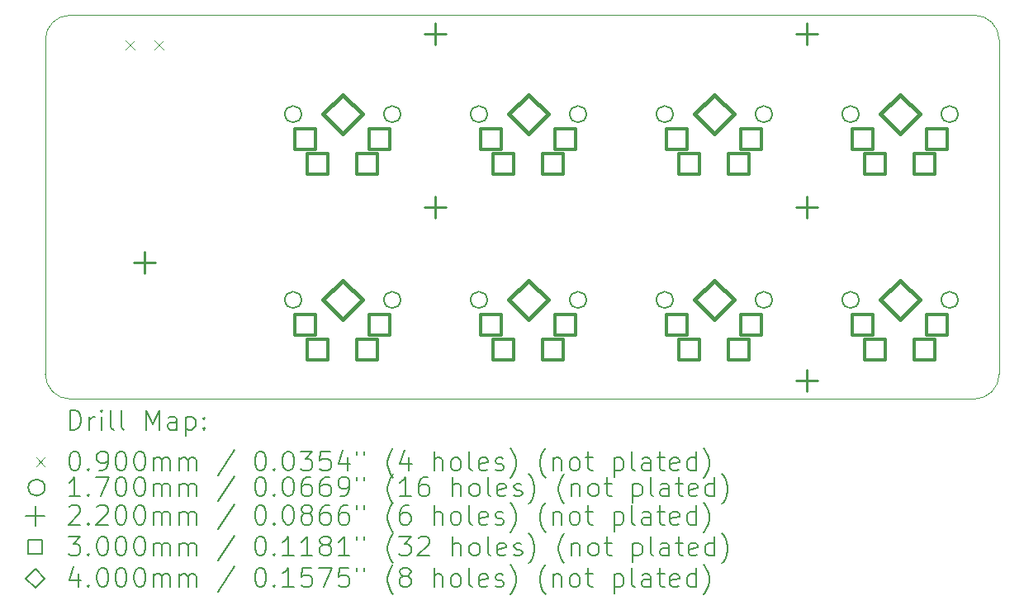
<source format=gbr>
%TF.GenerationSoftware,KiCad,Pcbnew,(6.0.7)*%
%TF.CreationDate,2022-11-12T22:44:36+08:00*%
%TF.ProjectId,KP08_keypad,4b503038-5f6b-4657-9970-61642e6b6963,1.0*%
%TF.SameCoordinates,Original*%
%TF.FileFunction,Drillmap*%
%TF.FilePolarity,Positive*%
%FSLAX45Y45*%
G04 Gerber Fmt 4.5, Leading zero omitted, Abs format (unit mm)*
G04 Created by KiCad (PCBNEW (6.0.7)) date 2022-11-12 22:44:36*
%MOMM*%
%LPD*%
G01*
G04 APERTURE LIST*
%ADD10C,0.100000*%
%ADD11C,0.200000*%
%ADD12C,0.090000*%
%ADD13C,0.170000*%
%ADD14C,0.220000*%
%ADD15C,0.300000*%
%ADD16C,0.400000*%
G04 APERTURE END LIST*
D10*
X8382000Y-10287000D02*
X8382000Y-6858000D01*
X8636000Y-6604000D02*
X17907000Y-6604000D01*
X8382000Y-10287000D02*
G75*
G03*
X8636000Y-10541000I254000J0D01*
G01*
X8636000Y-6604000D02*
G75*
G03*
X8382000Y-6858000I0J-254000D01*
G01*
X18161000Y-6858000D02*
G75*
G03*
X17907000Y-6604000I-254000J0D01*
G01*
X17907000Y-10541000D02*
X8636000Y-10541000D01*
X18161000Y-6858000D02*
X18161000Y-10287000D01*
X17907000Y-10541000D02*
G75*
G03*
X18161000Y-10287000I0J254000D01*
G01*
D11*
D12*
X9203000Y-6865600D02*
X9293000Y-6955600D01*
X9293000Y-6865600D02*
X9203000Y-6955600D01*
X9203000Y-6865600D02*
X9293000Y-6955600D01*
X9293000Y-6865600D02*
X9203000Y-6955600D01*
X9503000Y-6865600D02*
X9593000Y-6955600D01*
X9593000Y-6865600D02*
X9503000Y-6955600D01*
X9503000Y-6865600D02*
X9593000Y-6955600D01*
X9593000Y-6865600D02*
X9503000Y-6955600D01*
D13*
X11007000Y-7620000D02*
G75*
G03*
X11007000Y-7620000I-85000J0D01*
G01*
X11007000Y-9525000D02*
G75*
G03*
X11007000Y-9525000I-85000J0D01*
G01*
X12023000Y-7620000D02*
G75*
G03*
X12023000Y-7620000I-85000J0D01*
G01*
X12023000Y-9525000D02*
G75*
G03*
X12023000Y-9525000I-85000J0D01*
G01*
X12912000Y-7620000D02*
G75*
G03*
X12912000Y-7620000I-85000J0D01*
G01*
X12912000Y-9525000D02*
G75*
G03*
X12912000Y-9525000I-85000J0D01*
G01*
X13928000Y-7620000D02*
G75*
G03*
X13928000Y-7620000I-85000J0D01*
G01*
X13928000Y-9525000D02*
G75*
G03*
X13928000Y-9525000I-85000J0D01*
G01*
X14817000Y-7620000D02*
G75*
G03*
X14817000Y-7620000I-85000J0D01*
G01*
X14817000Y-9525000D02*
G75*
G03*
X14817000Y-9525000I-85000J0D01*
G01*
X15833000Y-7620000D02*
G75*
G03*
X15833000Y-7620000I-85000J0D01*
G01*
X15833000Y-9525000D02*
G75*
G03*
X15833000Y-9525000I-85000J0D01*
G01*
X16722000Y-7620000D02*
G75*
G03*
X16722000Y-7620000I-85000J0D01*
G01*
X16722000Y-9525000D02*
G75*
G03*
X16722000Y-9525000I-85000J0D01*
G01*
X17738000Y-7620000D02*
G75*
G03*
X17738000Y-7620000I-85000J0D01*
G01*
X17738000Y-9525000D02*
G75*
G03*
X17738000Y-9525000I-85000J0D01*
G01*
D14*
X9398000Y-9034000D02*
X9398000Y-9254000D01*
X9288000Y-9144000D02*
X9508000Y-9144000D01*
X12382500Y-6684500D02*
X12382500Y-6904500D01*
X12272500Y-6794500D02*
X12492500Y-6794500D01*
X12382500Y-8462500D02*
X12382500Y-8682500D01*
X12272500Y-8572500D02*
X12492500Y-8572500D01*
X16192500Y-6684500D02*
X16192500Y-6904500D01*
X16082500Y-6794500D02*
X16302500Y-6794500D01*
X16192500Y-8462500D02*
X16192500Y-8682500D01*
X16082500Y-8572500D02*
X16302500Y-8572500D01*
X16192500Y-10240500D02*
X16192500Y-10460500D01*
X16082500Y-10350500D02*
X16302500Y-10350500D01*
D15*
X11155067Y-7980067D02*
X11155067Y-7767933D01*
X10942933Y-7767933D01*
X10942933Y-7980067D01*
X11155067Y-7980067D01*
X11155067Y-9885067D02*
X11155067Y-9672933D01*
X10942933Y-9672933D01*
X10942933Y-9885067D01*
X11155067Y-9885067D01*
X11282067Y-8234067D02*
X11282067Y-8021933D01*
X11069933Y-8021933D01*
X11069933Y-8234067D01*
X11282067Y-8234067D01*
X11282067Y-10139067D02*
X11282067Y-9926933D01*
X11069933Y-9926933D01*
X11069933Y-10139067D01*
X11282067Y-10139067D01*
X11790067Y-8234067D02*
X11790067Y-8021933D01*
X11577933Y-8021933D01*
X11577933Y-8234067D01*
X11790067Y-8234067D01*
X11790067Y-10139067D02*
X11790067Y-9926933D01*
X11577933Y-9926933D01*
X11577933Y-10139067D01*
X11790067Y-10139067D01*
X11917067Y-7980067D02*
X11917067Y-7767933D01*
X11704933Y-7767933D01*
X11704933Y-7980067D01*
X11917067Y-7980067D01*
X11917067Y-9885067D02*
X11917067Y-9672933D01*
X11704933Y-9672933D01*
X11704933Y-9885067D01*
X11917067Y-9885067D01*
X13060067Y-7980067D02*
X13060067Y-7767933D01*
X12847933Y-7767933D01*
X12847933Y-7980067D01*
X13060067Y-7980067D01*
X13060067Y-9885067D02*
X13060067Y-9672933D01*
X12847933Y-9672933D01*
X12847933Y-9885067D01*
X13060067Y-9885067D01*
X13187067Y-8234067D02*
X13187067Y-8021933D01*
X12974933Y-8021933D01*
X12974933Y-8234067D01*
X13187067Y-8234067D01*
X13187067Y-10139067D02*
X13187067Y-9926933D01*
X12974933Y-9926933D01*
X12974933Y-10139067D01*
X13187067Y-10139067D01*
X13695067Y-8234067D02*
X13695067Y-8021933D01*
X13482933Y-8021933D01*
X13482933Y-8234067D01*
X13695067Y-8234067D01*
X13695067Y-10139067D02*
X13695067Y-9926933D01*
X13482933Y-9926933D01*
X13482933Y-10139067D01*
X13695067Y-10139067D01*
X13822067Y-7980067D02*
X13822067Y-7767933D01*
X13609933Y-7767933D01*
X13609933Y-7980067D01*
X13822067Y-7980067D01*
X13822067Y-9885067D02*
X13822067Y-9672933D01*
X13609933Y-9672933D01*
X13609933Y-9885067D01*
X13822067Y-9885067D01*
X14965067Y-7980067D02*
X14965067Y-7767933D01*
X14752933Y-7767933D01*
X14752933Y-7980067D01*
X14965067Y-7980067D01*
X14965067Y-9885067D02*
X14965067Y-9672933D01*
X14752933Y-9672933D01*
X14752933Y-9885067D01*
X14965067Y-9885067D01*
X15092067Y-8234067D02*
X15092067Y-8021933D01*
X14879933Y-8021933D01*
X14879933Y-8234067D01*
X15092067Y-8234067D01*
X15092067Y-10139067D02*
X15092067Y-9926933D01*
X14879933Y-9926933D01*
X14879933Y-10139067D01*
X15092067Y-10139067D01*
X15600067Y-8234067D02*
X15600067Y-8021933D01*
X15387933Y-8021933D01*
X15387933Y-8234067D01*
X15600067Y-8234067D01*
X15600067Y-10139067D02*
X15600067Y-9926933D01*
X15387933Y-9926933D01*
X15387933Y-10139067D01*
X15600067Y-10139067D01*
X15727067Y-7980067D02*
X15727067Y-7767933D01*
X15514933Y-7767933D01*
X15514933Y-7980067D01*
X15727067Y-7980067D01*
X15727067Y-9885067D02*
X15727067Y-9672933D01*
X15514933Y-9672933D01*
X15514933Y-9885067D01*
X15727067Y-9885067D01*
X16870067Y-7980067D02*
X16870067Y-7767933D01*
X16657933Y-7767933D01*
X16657933Y-7980067D01*
X16870067Y-7980067D01*
X16870067Y-9885067D02*
X16870067Y-9672933D01*
X16657933Y-9672933D01*
X16657933Y-9885067D01*
X16870067Y-9885067D01*
X16997067Y-8234067D02*
X16997067Y-8021933D01*
X16784933Y-8021933D01*
X16784933Y-8234067D01*
X16997067Y-8234067D01*
X16997067Y-10139067D02*
X16997067Y-9926933D01*
X16784933Y-9926933D01*
X16784933Y-10139067D01*
X16997067Y-10139067D01*
X17505067Y-8234067D02*
X17505067Y-8021933D01*
X17292933Y-8021933D01*
X17292933Y-8234067D01*
X17505067Y-8234067D01*
X17505067Y-10139067D02*
X17505067Y-9926933D01*
X17292933Y-9926933D01*
X17292933Y-10139067D01*
X17505067Y-10139067D01*
X17632067Y-7980067D02*
X17632067Y-7767933D01*
X17419933Y-7767933D01*
X17419933Y-7980067D01*
X17632067Y-7980067D01*
X17632067Y-9885067D02*
X17632067Y-9672933D01*
X17419933Y-9672933D01*
X17419933Y-9885067D01*
X17632067Y-9885067D01*
D16*
X11430000Y-7820000D02*
X11630000Y-7620000D01*
X11430000Y-7420000D01*
X11230000Y-7620000D01*
X11430000Y-7820000D01*
X11430000Y-9725000D02*
X11630000Y-9525000D01*
X11430000Y-9325000D01*
X11230000Y-9525000D01*
X11430000Y-9725000D01*
X13335000Y-7820000D02*
X13535000Y-7620000D01*
X13335000Y-7420000D01*
X13135000Y-7620000D01*
X13335000Y-7820000D01*
X13335000Y-9725000D02*
X13535000Y-9525000D01*
X13335000Y-9325000D01*
X13135000Y-9525000D01*
X13335000Y-9725000D01*
X15240000Y-7820000D02*
X15440000Y-7620000D01*
X15240000Y-7420000D01*
X15040000Y-7620000D01*
X15240000Y-7820000D01*
X15240000Y-9725000D02*
X15440000Y-9525000D01*
X15240000Y-9325000D01*
X15040000Y-9525000D01*
X15240000Y-9725000D01*
X17145000Y-7820000D02*
X17345000Y-7620000D01*
X17145000Y-7420000D01*
X16945000Y-7620000D01*
X17145000Y-7820000D01*
X17145000Y-9725000D02*
X17345000Y-9525000D01*
X17145000Y-9325000D01*
X16945000Y-9525000D01*
X17145000Y-9725000D01*
D11*
X8634619Y-10856476D02*
X8634619Y-10656476D01*
X8682238Y-10656476D01*
X8710810Y-10666000D01*
X8729857Y-10685048D01*
X8739381Y-10704095D01*
X8748905Y-10742190D01*
X8748905Y-10770762D01*
X8739381Y-10808857D01*
X8729857Y-10827905D01*
X8710810Y-10846952D01*
X8682238Y-10856476D01*
X8634619Y-10856476D01*
X8834619Y-10856476D02*
X8834619Y-10723143D01*
X8834619Y-10761238D02*
X8844143Y-10742190D01*
X8853667Y-10732667D01*
X8872714Y-10723143D01*
X8891762Y-10723143D01*
X8958429Y-10856476D02*
X8958429Y-10723143D01*
X8958429Y-10656476D02*
X8948905Y-10666000D01*
X8958429Y-10675524D01*
X8967952Y-10666000D01*
X8958429Y-10656476D01*
X8958429Y-10675524D01*
X9082238Y-10856476D02*
X9063190Y-10846952D01*
X9053667Y-10827905D01*
X9053667Y-10656476D01*
X9187000Y-10856476D02*
X9167952Y-10846952D01*
X9158429Y-10827905D01*
X9158429Y-10656476D01*
X9415571Y-10856476D02*
X9415571Y-10656476D01*
X9482238Y-10799333D01*
X9548905Y-10656476D01*
X9548905Y-10856476D01*
X9729857Y-10856476D02*
X9729857Y-10751714D01*
X9720333Y-10732667D01*
X9701286Y-10723143D01*
X9663190Y-10723143D01*
X9644143Y-10732667D01*
X9729857Y-10846952D02*
X9710810Y-10856476D01*
X9663190Y-10856476D01*
X9644143Y-10846952D01*
X9634619Y-10827905D01*
X9634619Y-10808857D01*
X9644143Y-10789810D01*
X9663190Y-10780286D01*
X9710810Y-10780286D01*
X9729857Y-10770762D01*
X9825095Y-10723143D02*
X9825095Y-10923143D01*
X9825095Y-10732667D02*
X9844143Y-10723143D01*
X9882238Y-10723143D01*
X9901286Y-10732667D01*
X9910810Y-10742190D01*
X9920333Y-10761238D01*
X9920333Y-10818381D01*
X9910810Y-10837429D01*
X9901286Y-10846952D01*
X9882238Y-10856476D01*
X9844143Y-10856476D01*
X9825095Y-10846952D01*
X10006048Y-10837429D02*
X10015571Y-10846952D01*
X10006048Y-10856476D01*
X9996524Y-10846952D01*
X10006048Y-10837429D01*
X10006048Y-10856476D01*
X10006048Y-10732667D02*
X10015571Y-10742190D01*
X10006048Y-10751714D01*
X9996524Y-10742190D01*
X10006048Y-10732667D01*
X10006048Y-10751714D01*
D12*
X8287000Y-11141000D02*
X8377000Y-11231000D01*
X8377000Y-11141000D02*
X8287000Y-11231000D01*
D11*
X8672714Y-11076476D02*
X8691762Y-11076476D01*
X8710810Y-11086000D01*
X8720333Y-11095524D01*
X8729857Y-11114571D01*
X8739381Y-11152667D01*
X8739381Y-11200286D01*
X8729857Y-11238381D01*
X8720333Y-11257428D01*
X8710810Y-11266952D01*
X8691762Y-11276476D01*
X8672714Y-11276476D01*
X8653667Y-11266952D01*
X8644143Y-11257428D01*
X8634619Y-11238381D01*
X8625095Y-11200286D01*
X8625095Y-11152667D01*
X8634619Y-11114571D01*
X8644143Y-11095524D01*
X8653667Y-11086000D01*
X8672714Y-11076476D01*
X8825095Y-11257428D02*
X8834619Y-11266952D01*
X8825095Y-11276476D01*
X8815571Y-11266952D01*
X8825095Y-11257428D01*
X8825095Y-11276476D01*
X8929857Y-11276476D02*
X8967952Y-11276476D01*
X8987000Y-11266952D01*
X8996524Y-11257428D01*
X9015571Y-11228857D01*
X9025095Y-11190762D01*
X9025095Y-11114571D01*
X9015571Y-11095524D01*
X9006048Y-11086000D01*
X8987000Y-11076476D01*
X8948905Y-11076476D01*
X8929857Y-11086000D01*
X8920333Y-11095524D01*
X8910810Y-11114571D01*
X8910810Y-11162190D01*
X8920333Y-11181238D01*
X8929857Y-11190762D01*
X8948905Y-11200286D01*
X8987000Y-11200286D01*
X9006048Y-11190762D01*
X9015571Y-11181238D01*
X9025095Y-11162190D01*
X9148905Y-11076476D02*
X9167952Y-11076476D01*
X9187000Y-11086000D01*
X9196524Y-11095524D01*
X9206048Y-11114571D01*
X9215571Y-11152667D01*
X9215571Y-11200286D01*
X9206048Y-11238381D01*
X9196524Y-11257428D01*
X9187000Y-11266952D01*
X9167952Y-11276476D01*
X9148905Y-11276476D01*
X9129857Y-11266952D01*
X9120333Y-11257428D01*
X9110810Y-11238381D01*
X9101286Y-11200286D01*
X9101286Y-11152667D01*
X9110810Y-11114571D01*
X9120333Y-11095524D01*
X9129857Y-11086000D01*
X9148905Y-11076476D01*
X9339381Y-11076476D02*
X9358429Y-11076476D01*
X9377476Y-11086000D01*
X9387000Y-11095524D01*
X9396524Y-11114571D01*
X9406048Y-11152667D01*
X9406048Y-11200286D01*
X9396524Y-11238381D01*
X9387000Y-11257428D01*
X9377476Y-11266952D01*
X9358429Y-11276476D01*
X9339381Y-11276476D01*
X9320333Y-11266952D01*
X9310810Y-11257428D01*
X9301286Y-11238381D01*
X9291762Y-11200286D01*
X9291762Y-11152667D01*
X9301286Y-11114571D01*
X9310810Y-11095524D01*
X9320333Y-11086000D01*
X9339381Y-11076476D01*
X9491762Y-11276476D02*
X9491762Y-11143143D01*
X9491762Y-11162190D02*
X9501286Y-11152667D01*
X9520333Y-11143143D01*
X9548905Y-11143143D01*
X9567952Y-11152667D01*
X9577476Y-11171714D01*
X9577476Y-11276476D01*
X9577476Y-11171714D02*
X9587000Y-11152667D01*
X9606048Y-11143143D01*
X9634619Y-11143143D01*
X9653667Y-11152667D01*
X9663190Y-11171714D01*
X9663190Y-11276476D01*
X9758429Y-11276476D02*
X9758429Y-11143143D01*
X9758429Y-11162190D02*
X9767952Y-11152667D01*
X9787000Y-11143143D01*
X9815571Y-11143143D01*
X9834619Y-11152667D01*
X9844143Y-11171714D01*
X9844143Y-11276476D01*
X9844143Y-11171714D02*
X9853667Y-11152667D01*
X9872714Y-11143143D01*
X9901286Y-11143143D01*
X9920333Y-11152667D01*
X9929857Y-11171714D01*
X9929857Y-11276476D01*
X10320333Y-11066952D02*
X10148905Y-11324095D01*
X10577476Y-11076476D02*
X10596524Y-11076476D01*
X10615571Y-11086000D01*
X10625095Y-11095524D01*
X10634619Y-11114571D01*
X10644143Y-11152667D01*
X10644143Y-11200286D01*
X10634619Y-11238381D01*
X10625095Y-11257428D01*
X10615571Y-11266952D01*
X10596524Y-11276476D01*
X10577476Y-11276476D01*
X10558429Y-11266952D01*
X10548905Y-11257428D01*
X10539381Y-11238381D01*
X10529857Y-11200286D01*
X10529857Y-11152667D01*
X10539381Y-11114571D01*
X10548905Y-11095524D01*
X10558429Y-11086000D01*
X10577476Y-11076476D01*
X10729857Y-11257428D02*
X10739381Y-11266952D01*
X10729857Y-11276476D01*
X10720333Y-11266952D01*
X10729857Y-11257428D01*
X10729857Y-11276476D01*
X10863190Y-11076476D02*
X10882238Y-11076476D01*
X10901286Y-11086000D01*
X10910810Y-11095524D01*
X10920333Y-11114571D01*
X10929857Y-11152667D01*
X10929857Y-11200286D01*
X10920333Y-11238381D01*
X10910810Y-11257428D01*
X10901286Y-11266952D01*
X10882238Y-11276476D01*
X10863190Y-11276476D01*
X10844143Y-11266952D01*
X10834619Y-11257428D01*
X10825095Y-11238381D01*
X10815571Y-11200286D01*
X10815571Y-11152667D01*
X10825095Y-11114571D01*
X10834619Y-11095524D01*
X10844143Y-11086000D01*
X10863190Y-11076476D01*
X10996524Y-11076476D02*
X11120333Y-11076476D01*
X11053667Y-11152667D01*
X11082238Y-11152667D01*
X11101286Y-11162190D01*
X11110810Y-11171714D01*
X11120333Y-11190762D01*
X11120333Y-11238381D01*
X11110810Y-11257428D01*
X11101286Y-11266952D01*
X11082238Y-11276476D01*
X11025095Y-11276476D01*
X11006048Y-11266952D01*
X10996524Y-11257428D01*
X11301286Y-11076476D02*
X11206048Y-11076476D01*
X11196524Y-11171714D01*
X11206048Y-11162190D01*
X11225095Y-11152667D01*
X11272714Y-11152667D01*
X11291762Y-11162190D01*
X11301286Y-11171714D01*
X11310809Y-11190762D01*
X11310809Y-11238381D01*
X11301286Y-11257428D01*
X11291762Y-11266952D01*
X11272714Y-11276476D01*
X11225095Y-11276476D01*
X11206048Y-11266952D01*
X11196524Y-11257428D01*
X11482238Y-11143143D02*
X11482238Y-11276476D01*
X11434619Y-11066952D02*
X11387000Y-11209809D01*
X11510809Y-11209809D01*
X11577476Y-11076476D02*
X11577476Y-11114571D01*
X11653667Y-11076476D02*
X11653667Y-11114571D01*
X11948905Y-11352667D02*
X11939381Y-11343143D01*
X11920333Y-11314571D01*
X11910809Y-11295524D01*
X11901286Y-11266952D01*
X11891762Y-11219333D01*
X11891762Y-11181238D01*
X11901286Y-11133619D01*
X11910809Y-11105048D01*
X11920333Y-11086000D01*
X11939381Y-11057429D01*
X11948905Y-11047905D01*
X12110809Y-11143143D02*
X12110809Y-11276476D01*
X12063190Y-11066952D02*
X12015571Y-11209809D01*
X12139381Y-11209809D01*
X12367952Y-11276476D02*
X12367952Y-11076476D01*
X12453667Y-11276476D02*
X12453667Y-11171714D01*
X12444143Y-11152667D01*
X12425095Y-11143143D01*
X12396524Y-11143143D01*
X12377476Y-11152667D01*
X12367952Y-11162190D01*
X12577476Y-11276476D02*
X12558428Y-11266952D01*
X12548905Y-11257428D01*
X12539381Y-11238381D01*
X12539381Y-11181238D01*
X12548905Y-11162190D01*
X12558428Y-11152667D01*
X12577476Y-11143143D01*
X12606048Y-11143143D01*
X12625095Y-11152667D01*
X12634619Y-11162190D01*
X12644143Y-11181238D01*
X12644143Y-11238381D01*
X12634619Y-11257428D01*
X12625095Y-11266952D01*
X12606048Y-11276476D01*
X12577476Y-11276476D01*
X12758428Y-11276476D02*
X12739381Y-11266952D01*
X12729857Y-11247905D01*
X12729857Y-11076476D01*
X12910809Y-11266952D02*
X12891762Y-11276476D01*
X12853667Y-11276476D01*
X12834619Y-11266952D01*
X12825095Y-11247905D01*
X12825095Y-11171714D01*
X12834619Y-11152667D01*
X12853667Y-11143143D01*
X12891762Y-11143143D01*
X12910809Y-11152667D01*
X12920333Y-11171714D01*
X12920333Y-11190762D01*
X12825095Y-11209809D01*
X12996524Y-11266952D02*
X13015571Y-11276476D01*
X13053667Y-11276476D01*
X13072714Y-11266952D01*
X13082238Y-11247905D01*
X13082238Y-11238381D01*
X13072714Y-11219333D01*
X13053667Y-11209809D01*
X13025095Y-11209809D01*
X13006048Y-11200286D01*
X12996524Y-11181238D01*
X12996524Y-11171714D01*
X13006048Y-11152667D01*
X13025095Y-11143143D01*
X13053667Y-11143143D01*
X13072714Y-11152667D01*
X13148905Y-11352667D02*
X13158428Y-11343143D01*
X13177476Y-11314571D01*
X13187000Y-11295524D01*
X13196524Y-11266952D01*
X13206048Y-11219333D01*
X13206048Y-11181238D01*
X13196524Y-11133619D01*
X13187000Y-11105048D01*
X13177476Y-11086000D01*
X13158428Y-11057429D01*
X13148905Y-11047905D01*
X13510809Y-11352667D02*
X13501286Y-11343143D01*
X13482238Y-11314571D01*
X13472714Y-11295524D01*
X13463190Y-11266952D01*
X13453667Y-11219333D01*
X13453667Y-11181238D01*
X13463190Y-11133619D01*
X13472714Y-11105048D01*
X13482238Y-11086000D01*
X13501286Y-11057429D01*
X13510809Y-11047905D01*
X13587000Y-11143143D02*
X13587000Y-11276476D01*
X13587000Y-11162190D02*
X13596524Y-11152667D01*
X13615571Y-11143143D01*
X13644143Y-11143143D01*
X13663190Y-11152667D01*
X13672714Y-11171714D01*
X13672714Y-11276476D01*
X13796524Y-11276476D02*
X13777476Y-11266952D01*
X13767952Y-11257428D01*
X13758428Y-11238381D01*
X13758428Y-11181238D01*
X13767952Y-11162190D01*
X13777476Y-11152667D01*
X13796524Y-11143143D01*
X13825095Y-11143143D01*
X13844143Y-11152667D01*
X13853667Y-11162190D01*
X13863190Y-11181238D01*
X13863190Y-11238381D01*
X13853667Y-11257428D01*
X13844143Y-11266952D01*
X13825095Y-11276476D01*
X13796524Y-11276476D01*
X13920333Y-11143143D02*
X13996524Y-11143143D01*
X13948905Y-11076476D02*
X13948905Y-11247905D01*
X13958428Y-11266952D01*
X13977476Y-11276476D01*
X13996524Y-11276476D01*
X14215571Y-11143143D02*
X14215571Y-11343143D01*
X14215571Y-11152667D02*
X14234619Y-11143143D01*
X14272714Y-11143143D01*
X14291762Y-11152667D01*
X14301286Y-11162190D01*
X14310809Y-11181238D01*
X14310809Y-11238381D01*
X14301286Y-11257428D01*
X14291762Y-11266952D01*
X14272714Y-11276476D01*
X14234619Y-11276476D01*
X14215571Y-11266952D01*
X14425095Y-11276476D02*
X14406048Y-11266952D01*
X14396524Y-11247905D01*
X14396524Y-11076476D01*
X14587000Y-11276476D02*
X14587000Y-11171714D01*
X14577476Y-11152667D01*
X14558428Y-11143143D01*
X14520333Y-11143143D01*
X14501286Y-11152667D01*
X14587000Y-11266952D02*
X14567952Y-11276476D01*
X14520333Y-11276476D01*
X14501286Y-11266952D01*
X14491762Y-11247905D01*
X14491762Y-11228857D01*
X14501286Y-11209809D01*
X14520333Y-11200286D01*
X14567952Y-11200286D01*
X14587000Y-11190762D01*
X14653667Y-11143143D02*
X14729857Y-11143143D01*
X14682238Y-11076476D02*
X14682238Y-11247905D01*
X14691762Y-11266952D01*
X14710809Y-11276476D01*
X14729857Y-11276476D01*
X14872714Y-11266952D02*
X14853667Y-11276476D01*
X14815571Y-11276476D01*
X14796524Y-11266952D01*
X14787000Y-11247905D01*
X14787000Y-11171714D01*
X14796524Y-11152667D01*
X14815571Y-11143143D01*
X14853667Y-11143143D01*
X14872714Y-11152667D01*
X14882238Y-11171714D01*
X14882238Y-11190762D01*
X14787000Y-11209809D01*
X15053667Y-11276476D02*
X15053667Y-11076476D01*
X15053667Y-11266952D02*
X15034619Y-11276476D01*
X14996524Y-11276476D01*
X14977476Y-11266952D01*
X14967952Y-11257428D01*
X14958428Y-11238381D01*
X14958428Y-11181238D01*
X14967952Y-11162190D01*
X14977476Y-11152667D01*
X14996524Y-11143143D01*
X15034619Y-11143143D01*
X15053667Y-11152667D01*
X15129857Y-11352667D02*
X15139381Y-11343143D01*
X15158428Y-11314571D01*
X15167952Y-11295524D01*
X15177476Y-11266952D01*
X15187000Y-11219333D01*
X15187000Y-11181238D01*
X15177476Y-11133619D01*
X15167952Y-11105048D01*
X15158428Y-11086000D01*
X15139381Y-11057429D01*
X15129857Y-11047905D01*
D13*
X8377000Y-11450000D02*
G75*
G03*
X8377000Y-11450000I-85000J0D01*
G01*
D11*
X8739381Y-11540476D02*
X8625095Y-11540476D01*
X8682238Y-11540476D02*
X8682238Y-11340476D01*
X8663190Y-11369048D01*
X8644143Y-11388095D01*
X8625095Y-11397619D01*
X8825095Y-11521428D02*
X8834619Y-11530952D01*
X8825095Y-11540476D01*
X8815571Y-11530952D01*
X8825095Y-11521428D01*
X8825095Y-11540476D01*
X8901286Y-11340476D02*
X9034619Y-11340476D01*
X8948905Y-11540476D01*
X9148905Y-11340476D02*
X9167952Y-11340476D01*
X9187000Y-11350000D01*
X9196524Y-11359524D01*
X9206048Y-11378571D01*
X9215571Y-11416667D01*
X9215571Y-11464286D01*
X9206048Y-11502381D01*
X9196524Y-11521428D01*
X9187000Y-11530952D01*
X9167952Y-11540476D01*
X9148905Y-11540476D01*
X9129857Y-11530952D01*
X9120333Y-11521428D01*
X9110810Y-11502381D01*
X9101286Y-11464286D01*
X9101286Y-11416667D01*
X9110810Y-11378571D01*
X9120333Y-11359524D01*
X9129857Y-11350000D01*
X9148905Y-11340476D01*
X9339381Y-11340476D02*
X9358429Y-11340476D01*
X9377476Y-11350000D01*
X9387000Y-11359524D01*
X9396524Y-11378571D01*
X9406048Y-11416667D01*
X9406048Y-11464286D01*
X9396524Y-11502381D01*
X9387000Y-11521428D01*
X9377476Y-11530952D01*
X9358429Y-11540476D01*
X9339381Y-11540476D01*
X9320333Y-11530952D01*
X9310810Y-11521428D01*
X9301286Y-11502381D01*
X9291762Y-11464286D01*
X9291762Y-11416667D01*
X9301286Y-11378571D01*
X9310810Y-11359524D01*
X9320333Y-11350000D01*
X9339381Y-11340476D01*
X9491762Y-11540476D02*
X9491762Y-11407143D01*
X9491762Y-11426190D02*
X9501286Y-11416667D01*
X9520333Y-11407143D01*
X9548905Y-11407143D01*
X9567952Y-11416667D01*
X9577476Y-11435714D01*
X9577476Y-11540476D01*
X9577476Y-11435714D02*
X9587000Y-11416667D01*
X9606048Y-11407143D01*
X9634619Y-11407143D01*
X9653667Y-11416667D01*
X9663190Y-11435714D01*
X9663190Y-11540476D01*
X9758429Y-11540476D02*
X9758429Y-11407143D01*
X9758429Y-11426190D02*
X9767952Y-11416667D01*
X9787000Y-11407143D01*
X9815571Y-11407143D01*
X9834619Y-11416667D01*
X9844143Y-11435714D01*
X9844143Y-11540476D01*
X9844143Y-11435714D02*
X9853667Y-11416667D01*
X9872714Y-11407143D01*
X9901286Y-11407143D01*
X9920333Y-11416667D01*
X9929857Y-11435714D01*
X9929857Y-11540476D01*
X10320333Y-11330952D02*
X10148905Y-11588095D01*
X10577476Y-11340476D02*
X10596524Y-11340476D01*
X10615571Y-11350000D01*
X10625095Y-11359524D01*
X10634619Y-11378571D01*
X10644143Y-11416667D01*
X10644143Y-11464286D01*
X10634619Y-11502381D01*
X10625095Y-11521428D01*
X10615571Y-11530952D01*
X10596524Y-11540476D01*
X10577476Y-11540476D01*
X10558429Y-11530952D01*
X10548905Y-11521428D01*
X10539381Y-11502381D01*
X10529857Y-11464286D01*
X10529857Y-11416667D01*
X10539381Y-11378571D01*
X10548905Y-11359524D01*
X10558429Y-11350000D01*
X10577476Y-11340476D01*
X10729857Y-11521428D02*
X10739381Y-11530952D01*
X10729857Y-11540476D01*
X10720333Y-11530952D01*
X10729857Y-11521428D01*
X10729857Y-11540476D01*
X10863190Y-11340476D02*
X10882238Y-11340476D01*
X10901286Y-11350000D01*
X10910810Y-11359524D01*
X10920333Y-11378571D01*
X10929857Y-11416667D01*
X10929857Y-11464286D01*
X10920333Y-11502381D01*
X10910810Y-11521428D01*
X10901286Y-11530952D01*
X10882238Y-11540476D01*
X10863190Y-11540476D01*
X10844143Y-11530952D01*
X10834619Y-11521428D01*
X10825095Y-11502381D01*
X10815571Y-11464286D01*
X10815571Y-11416667D01*
X10825095Y-11378571D01*
X10834619Y-11359524D01*
X10844143Y-11350000D01*
X10863190Y-11340476D01*
X11101286Y-11340476D02*
X11063190Y-11340476D01*
X11044143Y-11350000D01*
X11034619Y-11359524D01*
X11015571Y-11388095D01*
X11006048Y-11426190D01*
X11006048Y-11502381D01*
X11015571Y-11521428D01*
X11025095Y-11530952D01*
X11044143Y-11540476D01*
X11082238Y-11540476D01*
X11101286Y-11530952D01*
X11110810Y-11521428D01*
X11120333Y-11502381D01*
X11120333Y-11454762D01*
X11110810Y-11435714D01*
X11101286Y-11426190D01*
X11082238Y-11416667D01*
X11044143Y-11416667D01*
X11025095Y-11426190D01*
X11015571Y-11435714D01*
X11006048Y-11454762D01*
X11291762Y-11340476D02*
X11253667Y-11340476D01*
X11234619Y-11350000D01*
X11225095Y-11359524D01*
X11206048Y-11388095D01*
X11196524Y-11426190D01*
X11196524Y-11502381D01*
X11206048Y-11521428D01*
X11215571Y-11530952D01*
X11234619Y-11540476D01*
X11272714Y-11540476D01*
X11291762Y-11530952D01*
X11301286Y-11521428D01*
X11310809Y-11502381D01*
X11310809Y-11454762D01*
X11301286Y-11435714D01*
X11291762Y-11426190D01*
X11272714Y-11416667D01*
X11234619Y-11416667D01*
X11215571Y-11426190D01*
X11206048Y-11435714D01*
X11196524Y-11454762D01*
X11406048Y-11540476D02*
X11444143Y-11540476D01*
X11463190Y-11530952D01*
X11472714Y-11521428D01*
X11491762Y-11492857D01*
X11501286Y-11454762D01*
X11501286Y-11378571D01*
X11491762Y-11359524D01*
X11482238Y-11350000D01*
X11463190Y-11340476D01*
X11425095Y-11340476D01*
X11406048Y-11350000D01*
X11396524Y-11359524D01*
X11387000Y-11378571D01*
X11387000Y-11426190D01*
X11396524Y-11445238D01*
X11406048Y-11454762D01*
X11425095Y-11464286D01*
X11463190Y-11464286D01*
X11482238Y-11454762D01*
X11491762Y-11445238D01*
X11501286Y-11426190D01*
X11577476Y-11340476D02*
X11577476Y-11378571D01*
X11653667Y-11340476D02*
X11653667Y-11378571D01*
X11948905Y-11616667D02*
X11939381Y-11607143D01*
X11920333Y-11578571D01*
X11910809Y-11559524D01*
X11901286Y-11530952D01*
X11891762Y-11483333D01*
X11891762Y-11445238D01*
X11901286Y-11397619D01*
X11910809Y-11369048D01*
X11920333Y-11350000D01*
X11939381Y-11321428D01*
X11948905Y-11311905D01*
X12129857Y-11540476D02*
X12015571Y-11540476D01*
X12072714Y-11540476D02*
X12072714Y-11340476D01*
X12053667Y-11369048D01*
X12034619Y-11388095D01*
X12015571Y-11397619D01*
X12301286Y-11340476D02*
X12263190Y-11340476D01*
X12244143Y-11350000D01*
X12234619Y-11359524D01*
X12215571Y-11388095D01*
X12206048Y-11426190D01*
X12206048Y-11502381D01*
X12215571Y-11521428D01*
X12225095Y-11530952D01*
X12244143Y-11540476D01*
X12282238Y-11540476D01*
X12301286Y-11530952D01*
X12310809Y-11521428D01*
X12320333Y-11502381D01*
X12320333Y-11454762D01*
X12310809Y-11435714D01*
X12301286Y-11426190D01*
X12282238Y-11416667D01*
X12244143Y-11416667D01*
X12225095Y-11426190D01*
X12215571Y-11435714D01*
X12206048Y-11454762D01*
X12558428Y-11540476D02*
X12558428Y-11340476D01*
X12644143Y-11540476D02*
X12644143Y-11435714D01*
X12634619Y-11416667D01*
X12615571Y-11407143D01*
X12587000Y-11407143D01*
X12567952Y-11416667D01*
X12558428Y-11426190D01*
X12767952Y-11540476D02*
X12748905Y-11530952D01*
X12739381Y-11521428D01*
X12729857Y-11502381D01*
X12729857Y-11445238D01*
X12739381Y-11426190D01*
X12748905Y-11416667D01*
X12767952Y-11407143D01*
X12796524Y-11407143D01*
X12815571Y-11416667D01*
X12825095Y-11426190D01*
X12834619Y-11445238D01*
X12834619Y-11502381D01*
X12825095Y-11521428D01*
X12815571Y-11530952D01*
X12796524Y-11540476D01*
X12767952Y-11540476D01*
X12948905Y-11540476D02*
X12929857Y-11530952D01*
X12920333Y-11511905D01*
X12920333Y-11340476D01*
X13101286Y-11530952D02*
X13082238Y-11540476D01*
X13044143Y-11540476D01*
X13025095Y-11530952D01*
X13015571Y-11511905D01*
X13015571Y-11435714D01*
X13025095Y-11416667D01*
X13044143Y-11407143D01*
X13082238Y-11407143D01*
X13101286Y-11416667D01*
X13110809Y-11435714D01*
X13110809Y-11454762D01*
X13015571Y-11473809D01*
X13187000Y-11530952D02*
X13206048Y-11540476D01*
X13244143Y-11540476D01*
X13263190Y-11530952D01*
X13272714Y-11511905D01*
X13272714Y-11502381D01*
X13263190Y-11483333D01*
X13244143Y-11473809D01*
X13215571Y-11473809D01*
X13196524Y-11464286D01*
X13187000Y-11445238D01*
X13187000Y-11435714D01*
X13196524Y-11416667D01*
X13215571Y-11407143D01*
X13244143Y-11407143D01*
X13263190Y-11416667D01*
X13339381Y-11616667D02*
X13348905Y-11607143D01*
X13367952Y-11578571D01*
X13377476Y-11559524D01*
X13387000Y-11530952D01*
X13396524Y-11483333D01*
X13396524Y-11445238D01*
X13387000Y-11397619D01*
X13377476Y-11369048D01*
X13367952Y-11350000D01*
X13348905Y-11321428D01*
X13339381Y-11311905D01*
X13701286Y-11616667D02*
X13691762Y-11607143D01*
X13672714Y-11578571D01*
X13663190Y-11559524D01*
X13653667Y-11530952D01*
X13644143Y-11483333D01*
X13644143Y-11445238D01*
X13653667Y-11397619D01*
X13663190Y-11369048D01*
X13672714Y-11350000D01*
X13691762Y-11321428D01*
X13701286Y-11311905D01*
X13777476Y-11407143D02*
X13777476Y-11540476D01*
X13777476Y-11426190D02*
X13787000Y-11416667D01*
X13806048Y-11407143D01*
X13834619Y-11407143D01*
X13853667Y-11416667D01*
X13863190Y-11435714D01*
X13863190Y-11540476D01*
X13987000Y-11540476D02*
X13967952Y-11530952D01*
X13958428Y-11521428D01*
X13948905Y-11502381D01*
X13948905Y-11445238D01*
X13958428Y-11426190D01*
X13967952Y-11416667D01*
X13987000Y-11407143D01*
X14015571Y-11407143D01*
X14034619Y-11416667D01*
X14044143Y-11426190D01*
X14053667Y-11445238D01*
X14053667Y-11502381D01*
X14044143Y-11521428D01*
X14034619Y-11530952D01*
X14015571Y-11540476D01*
X13987000Y-11540476D01*
X14110809Y-11407143D02*
X14187000Y-11407143D01*
X14139381Y-11340476D02*
X14139381Y-11511905D01*
X14148905Y-11530952D01*
X14167952Y-11540476D01*
X14187000Y-11540476D01*
X14406048Y-11407143D02*
X14406048Y-11607143D01*
X14406048Y-11416667D02*
X14425095Y-11407143D01*
X14463190Y-11407143D01*
X14482238Y-11416667D01*
X14491762Y-11426190D01*
X14501286Y-11445238D01*
X14501286Y-11502381D01*
X14491762Y-11521428D01*
X14482238Y-11530952D01*
X14463190Y-11540476D01*
X14425095Y-11540476D01*
X14406048Y-11530952D01*
X14615571Y-11540476D02*
X14596524Y-11530952D01*
X14587000Y-11511905D01*
X14587000Y-11340476D01*
X14777476Y-11540476D02*
X14777476Y-11435714D01*
X14767952Y-11416667D01*
X14748905Y-11407143D01*
X14710809Y-11407143D01*
X14691762Y-11416667D01*
X14777476Y-11530952D02*
X14758428Y-11540476D01*
X14710809Y-11540476D01*
X14691762Y-11530952D01*
X14682238Y-11511905D01*
X14682238Y-11492857D01*
X14691762Y-11473809D01*
X14710809Y-11464286D01*
X14758428Y-11464286D01*
X14777476Y-11454762D01*
X14844143Y-11407143D02*
X14920333Y-11407143D01*
X14872714Y-11340476D02*
X14872714Y-11511905D01*
X14882238Y-11530952D01*
X14901286Y-11540476D01*
X14920333Y-11540476D01*
X15063190Y-11530952D02*
X15044143Y-11540476D01*
X15006048Y-11540476D01*
X14987000Y-11530952D01*
X14977476Y-11511905D01*
X14977476Y-11435714D01*
X14987000Y-11416667D01*
X15006048Y-11407143D01*
X15044143Y-11407143D01*
X15063190Y-11416667D01*
X15072714Y-11435714D01*
X15072714Y-11454762D01*
X14977476Y-11473809D01*
X15244143Y-11540476D02*
X15244143Y-11340476D01*
X15244143Y-11530952D02*
X15225095Y-11540476D01*
X15187000Y-11540476D01*
X15167952Y-11530952D01*
X15158428Y-11521428D01*
X15148905Y-11502381D01*
X15148905Y-11445238D01*
X15158428Y-11426190D01*
X15167952Y-11416667D01*
X15187000Y-11407143D01*
X15225095Y-11407143D01*
X15244143Y-11416667D01*
X15320333Y-11616667D02*
X15329857Y-11607143D01*
X15348905Y-11578571D01*
X15358428Y-11559524D01*
X15367952Y-11530952D01*
X15377476Y-11483333D01*
X15377476Y-11445238D01*
X15367952Y-11397619D01*
X15358428Y-11369048D01*
X15348905Y-11350000D01*
X15329857Y-11321428D01*
X15320333Y-11311905D01*
X8277000Y-11640000D02*
X8277000Y-11840000D01*
X8177000Y-11740000D02*
X8377000Y-11740000D01*
X8625095Y-11649524D02*
X8634619Y-11640000D01*
X8653667Y-11630476D01*
X8701286Y-11630476D01*
X8720333Y-11640000D01*
X8729857Y-11649524D01*
X8739381Y-11668571D01*
X8739381Y-11687619D01*
X8729857Y-11716190D01*
X8615571Y-11830476D01*
X8739381Y-11830476D01*
X8825095Y-11811428D02*
X8834619Y-11820952D01*
X8825095Y-11830476D01*
X8815571Y-11820952D01*
X8825095Y-11811428D01*
X8825095Y-11830476D01*
X8910810Y-11649524D02*
X8920333Y-11640000D01*
X8939381Y-11630476D01*
X8987000Y-11630476D01*
X9006048Y-11640000D01*
X9015571Y-11649524D01*
X9025095Y-11668571D01*
X9025095Y-11687619D01*
X9015571Y-11716190D01*
X8901286Y-11830476D01*
X9025095Y-11830476D01*
X9148905Y-11630476D02*
X9167952Y-11630476D01*
X9187000Y-11640000D01*
X9196524Y-11649524D01*
X9206048Y-11668571D01*
X9215571Y-11706667D01*
X9215571Y-11754286D01*
X9206048Y-11792381D01*
X9196524Y-11811428D01*
X9187000Y-11820952D01*
X9167952Y-11830476D01*
X9148905Y-11830476D01*
X9129857Y-11820952D01*
X9120333Y-11811428D01*
X9110810Y-11792381D01*
X9101286Y-11754286D01*
X9101286Y-11706667D01*
X9110810Y-11668571D01*
X9120333Y-11649524D01*
X9129857Y-11640000D01*
X9148905Y-11630476D01*
X9339381Y-11630476D02*
X9358429Y-11630476D01*
X9377476Y-11640000D01*
X9387000Y-11649524D01*
X9396524Y-11668571D01*
X9406048Y-11706667D01*
X9406048Y-11754286D01*
X9396524Y-11792381D01*
X9387000Y-11811428D01*
X9377476Y-11820952D01*
X9358429Y-11830476D01*
X9339381Y-11830476D01*
X9320333Y-11820952D01*
X9310810Y-11811428D01*
X9301286Y-11792381D01*
X9291762Y-11754286D01*
X9291762Y-11706667D01*
X9301286Y-11668571D01*
X9310810Y-11649524D01*
X9320333Y-11640000D01*
X9339381Y-11630476D01*
X9491762Y-11830476D02*
X9491762Y-11697143D01*
X9491762Y-11716190D02*
X9501286Y-11706667D01*
X9520333Y-11697143D01*
X9548905Y-11697143D01*
X9567952Y-11706667D01*
X9577476Y-11725714D01*
X9577476Y-11830476D01*
X9577476Y-11725714D02*
X9587000Y-11706667D01*
X9606048Y-11697143D01*
X9634619Y-11697143D01*
X9653667Y-11706667D01*
X9663190Y-11725714D01*
X9663190Y-11830476D01*
X9758429Y-11830476D02*
X9758429Y-11697143D01*
X9758429Y-11716190D02*
X9767952Y-11706667D01*
X9787000Y-11697143D01*
X9815571Y-11697143D01*
X9834619Y-11706667D01*
X9844143Y-11725714D01*
X9844143Y-11830476D01*
X9844143Y-11725714D02*
X9853667Y-11706667D01*
X9872714Y-11697143D01*
X9901286Y-11697143D01*
X9920333Y-11706667D01*
X9929857Y-11725714D01*
X9929857Y-11830476D01*
X10320333Y-11620952D02*
X10148905Y-11878095D01*
X10577476Y-11630476D02*
X10596524Y-11630476D01*
X10615571Y-11640000D01*
X10625095Y-11649524D01*
X10634619Y-11668571D01*
X10644143Y-11706667D01*
X10644143Y-11754286D01*
X10634619Y-11792381D01*
X10625095Y-11811428D01*
X10615571Y-11820952D01*
X10596524Y-11830476D01*
X10577476Y-11830476D01*
X10558429Y-11820952D01*
X10548905Y-11811428D01*
X10539381Y-11792381D01*
X10529857Y-11754286D01*
X10529857Y-11706667D01*
X10539381Y-11668571D01*
X10548905Y-11649524D01*
X10558429Y-11640000D01*
X10577476Y-11630476D01*
X10729857Y-11811428D02*
X10739381Y-11820952D01*
X10729857Y-11830476D01*
X10720333Y-11820952D01*
X10729857Y-11811428D01*
X10729857Y-11830476D01*
X10863190Y-11630476D02*
X10882238Y-11630476D01*
X10901286Y-11640000D01*
X10910810Y-11649524D01*
X10920333Y-11668571D01*
X10929857Y-11706667D01*
X10929857Y-11754286D01*
X10920333Y-11792381D01*
X10910810Y-11811428D01*
X10901286Y-11820952D01*
X10882238Y-11830476D01*
X10863190Y-11830476D01*
X10844143Y-11820952D01*
X10834619Y-11811428D01*
X10825095Y-11792381D01*
X10815571Y-11754286D01*
X10815571Y-11706667D01*
X10825095Y-11668571D01*
X10834619Y-11649524D01*
X10844143Y-11640000D01*
X10863190Y-11630476D01*
X11044143Y-11716190D02*
X11025095Y-11706667D01*
X11015571Y-11697143D01*
X11006048Y-11678095D01*
X11006048Y-11668571D01*
X11015571Y-11649524D01*
X11025095Y-11640000D01*
X11044143Y-11630476D01*
X11082238Y-11630476D01*
X11101286Y-11640000D01*
X11110810Y-11649524D01*
X11120333Y-11668571D01*
X11120333Y-11678095D01*
X11110810Y-11697143D01*
X11101286Y-11706667D01*
X11082238Y-11716190D01*
X11044143Y-11716190D01*
X11025095Y-11725714D01*
X11015571Y-11735238D01*
X11006048Y-11754286D01*
X11006048Y-11792381D01*
X11015571Y-11811428D01*
X11025095Y-11820952D01*
X11044143Y-11830476D01*
X11082238Y-11830476D01*
X11101286Y-11820952D01*
X11110810Y-11811428D01*
X11120333Y-11792381D01*
X11120333Y-11754286D01*
X11110810Y-11735238D01*
X11101286Y-11725714D01*
X11082238Y-11716190D01*
X11291762Y-11630476D02*
X11253667Y-11630476D01*
X11234619Y-11640000D01*
X11225095Y-11649524D01*
X11206048Y-11678095D01*
X11196524Y-11716190D01*
X11196524Y-11792381D01*
X11206048Y-11811428D01*
X11215571Y-11820952D01*
X11234619Y-11830476D01*
X11272714Y-11830476D01*
X11291762Y-11820952D01*
X11301286Y-11811428D01*
X11310809Y-11792381D01*
X11310809Y-11744762D01*
X11301286Y-11725714D01*
X11291762Y-11716190D01*
X11272714Y-11706667D01*
X11234619Y-11706667D01*
X11215571Y-11716190D01*
X11206048Y-11725714D01*
X11196524Y-11744762D01*
X11482238Y-11630476D02*
X11444143Y-11630476D01*
X11425095Y-11640000D01*
X11415571Y-11649524D01*
X11396524Y-11678095D01*
X11387000Y-11716190D01*
X11387000Y-11792381D01*
X11396524Y-11811428D01*
X11406048Y-11820952D01*
X11425095Y-11830476D01*
X11463190Y-11830476D01*
X11482238Y-11820952D01*
X11491762Y-11811428D01*
X11501286Y-11792381D01*
X11501286Y-11744762D01*
X11491762Y-11725714D01*
X11482238Y-11716190D01*
X11463190Y-11706667D01*
X11425095Y-11706667D01*
X11406048Y-11716190D01*
X11396524Y-11725714D01*
X11387000Y-11744762D01*
X11577476Y-11630476D02*
X11577476Y-11668571D01*
X11653667Y-11630476D02*
X11653667Y-11668571D01*
X11948905Y-11906667D02*
X11939381Y-11897143D01*
X11920333Y-11868571D01*
X11910809Y-11849524D01*
X11901286Y-11820952D01*
X11891762Y-11773333D01*
X11891762Y-11735238D01*
X11901286Y-11687619D01*
X11910809Y-11659048D01*
X11920333Y-11640000D01*
X11939381Y-11611428D01*
X11948905Y-11601905D01*
X12110809Y-11630476D02*
X12072714Y-11630476D01*
X12053667Y-11640000D01*
X12044143Y-11649524D01*
X12025095Y-11678095D01*
X12015571Y-11716190D01*
X12015571Y-11792381D01*
X12025095Y-11811428D01*
X12034619Y-11820952D01*
X12053667Y-11830476D01*
X12091762Y-11830476D01*
X12110809Y-11820952D01*
X12120333Y-11811428D01*
X12129857Y-11792381D01*
X12129857Y-11744762D01*
X12120333Y-11725714D01*
X12110809Y-11716190D01*
X12091762Y-11706667D01*
X12053667Y-11706667D01*
X12034619Y-11716190D01*
X12025095Y-11725714D01*
X12015571Y-11744762D01*
X12367952Y-11830476D02*
X12367952Y-11630476D01*
X12453667Y-11830476D02*
X12453667Y-11725714D01*
X12444143Y-11706667D01*
X12425095Y-11697143D01*
X12396524Y-11697143D01*
X12377476Y-11706667D01*
X12367952Y-11716190D01*
X12577476Y-11830476D02*
X12558428Y-11820952D01*
X12548905Y-11811428D01*
X12539381Y-11792381D01*
X12539381Y-11735238D01*
X12548905Y-11716190D01*
X12558428Y-11706667D01*
X12577476Y-11697143D01*
X12606048Y-11697143D01*
X12625095Y-11706667D01*
X12634619Y-11716190D01*
X12644143Y-11735238D01*
X12644143Y-11792381D01*
X12634619Y-11811428D01*
X12625095Y-11820952D01*
X12606048Y-11830476D01*
X12577476Y-11830476D01*
X12758428Y-11830476D02*
X12739381Y-11820952D01*
X12729857Y-11801905D01*
X12729857Y-11630476D01*
X12910809Y-11820952D02*
X12891762Y-11830476D01*
X12853667Y-11830476D01*
X12834619Y-11820952D01*
X12825095Y-11801905D01*
X12825095Y-11725714D01*
X12834619Y-11706667D01*
X12853667Y-11697143D01*
X12891762Y-11697143D01*
X12910809Y-11706667D01*
X12920333Y-11725714D01*
X12920333Y-11744762D01*
X12825095Y-11763809D01*
X12996524Y-11820952D02*
X13015571Y-11830476D01*
X13053667Y-11830476D01*
X13072714Y-11820952D01*
X13082238Y-11801905D01*
X13082238Y-11792381D01*
X13072714Y-11773333D01*
X13053667Y-11763809D01*
X13025095Y-11763809D01*
X13006048Y-11754286D01*
X12996524Y-11735238D01*
X12996524Y-11725714D01*
X13006048Y-11706667D01*
X13025095Y-11697143D01*
X13053667Y-11697143D01*
X13072714Y-11706667D01*
X13148905Y-11906667D02*
X13158428Y-11897143D01*
X13177476Y-11868571D01*
X13187000Y-11849524D01*
X13196524Y-11820952D01*
X13206048Y-11773333D01*
X13206048Y-11735238D01*
X13196524Y-11687619D01*
X13187000Y-11659048D01*
X13177476Y-11640000D01*
X13158428Y-11611428D01*
X13148905Y-11601905D01*
X13510809Y-11906667D02*
X13501286Y-11897143D01*
X13482238Y-11868571D01*
X13472714Y-11849524D01*
X13463190Y-11820952D01*
X13453667Y-11773333D01*
X13453667Y-11735238D01*
X13463190Y-11687619D01*
X13472714Y-11659048D01*
X13482238Y-11640000D01*
X13501286Y-11611428D01*
X13510809Y-11601905D01*
X13587000Y-11697143D02*
X13587000Y-11830476D01*
X13587000Y-11716190D02*
X13596524Y-11706667D01*
X13615571Y-11697143D01*
X13644143Y-11697143D01*
X13663190Y-11706667D01*
X13672714Y-11725714D01*
X13672714Y-11830476D01*
X13796524Y-11830476D02*
X13777476Y-11820952D01*
X13767952Y-11811428D01*
X13758428Y-11792381D01*
X13758428Y-11735238D01*
X13767952Y-11716190D01*
X13777476Y-11706667D01*
X13796524Y-11697143D01*
X13825095Y-11697143D01*
X13844143Y-11706667D01*
X13853667Y-11716190D01*
X13863190Y-11735238D01*
X13863190Y-11792381D01*
X13853667Y-11811428D01*
X13844143Y-11820952D01*
X13825095Y-11830476D01*
X13796524Y-11830476D01*
X13920333Y-11697143D02*
X13996524Y-11697143D01*
X13948905Y-11630476D02*
X13948905Y-11801905D01*
X13958428Y-11820952D01*
X13977476Y-11830476D01*
X13996524Y-11830476D01*
X14215571Y-11697143D02*
X14215571Y-11897143D01*
X14215571Y-11706667D02*
X14234619Y-11697143D01*
X14272714Y-11697143D01*
X14291762Y-11706667D01*
X14301286Y-11716190D01*
X14310809Y-11735238D01*
X14310809Y-11792381D01*
X14301286Y-11811428D01*
X14291762Y-11820952D01*
X14272714Y-11830476D01*
X14234619Y-11830476D01*
X14215571Y-11820952D01*
X14425095Y-11830476D02*
X14406048Y-11820952D01*
X14396524Y-11801905D01*
X14396524Y-11630476D01*
X14587000Y-11830476D02*
X14587000Y-11725714D01*
X14577476Y-11706667D01*
X14558428Y-11697143D01*
X14520333Y-11697143D01*
X14501286Y-11706667D01*
X14587000Y-11820952D02*
X14567952Y-11830476D01*
X14520333Y-11830476D01*
X14501286Y-11820952D01*
X14491762Y-11801905D01*
X14491762Y-11782857D01*
X14501286Y-11763809D01*
X14520333Y-11754286D01*
X14567952Y-11754286D01*
X14587000Y-11744762D01*
X14653667Y-11697143D02*
X14729857Y-11697143D01*
X14682238Y-11630476D02*
X14682238Y-11801905D01*
X14691762Y-11820952D01*
X14710809Y-11830476D01*
X14729857Y-11830476D01*
X14872714Y-11820952D02*
X14853667Y-11830476D01*
X14815571Y-11830476D01*
X14796524Y-11820952D01*
X14787000Y-11801905D01*
X14787000Y-11725714D01*
X14796524Y-11706667D01*
X14815571Y-11697143D01*
X14853667Y-11697143D01*
X14872714Y-11706667D01*
X14882238Y-11725714D01*
X14882238Y-11744762D01*
X14787000Y-11763809D01*
X15053667Y-11830476D02*
X15053667Y-11630476D01*
X15053667Y-11820952D02*
X15034619Y-11830476D01*
X14996524Y-11830476D01*
X14977476Y-11820952D01*
X14967952Y-11811428D01*
X14958428Y-11792381D01*
X14958428Y-11735238D01*
X14967952Y-11716190D01*
X14977476Y-11706667D01*
X14996524Y-11697143D01*
X15034619Y-11697143D01*
X15053667Y-11706667D01*
X15129857Y-11906667D02*
X15139381Y-11897143D01*
X15158428Y-11868571D01*
X15167952Y-11849524D01*
X15177476Y-11820952D01*
X15187000Y-11773333D01*
X15187000Y-11735238D01*
X15177476Y-11687619D01*
X15167952Y-11659048D01*
X15158428Y-11640000D01*
X15139381Y-11611428D01*
X15129857Y-11601905D01*
X8347711Y-12130711D02*
X8347711Y-11989289D01*
X8206289Y-11989289D01*
X8206289Y-12130711D01*
X8347711Y-12130711D01*
X8615571Y-11950476D02*
X8739381Y-11950476D01*
X8672714Y-12026667D01*
X8701286Y-12026667D01*
X8720333Y-12036190D01*
X8729857Y-12045714D01*
X8739381Y-12064762D01*
X8739381Y-12112381D01*
X8729857Y-12131428D01*
X8720333Y-12140952D01*
X8701286Y-12150476D01*
X8644143Y-12150476D01*
X8625095Y-12140952D01*
X8615571Y-12131428D01*
X8825095Y-12131428D02*
X8834619Y-12140952D01*
X8825095Y-12150476D01*
X8815571Y-12140952D01*
X8825095Y-12131428D01*
X8825095Y-12150476D01*
X8958429Y-11950476D02*
X8977476Y-11950476D01*
X8996524Y-11960000D01*
X9006048Y-11969524D01*
X9015571Y-11988571D01*
X9025095Y-12026667D01*
X9025095Y-12074286D01*
X9015571Y-12112381D01*
X9006048Y-12131428D01*
X8996524Y-12140952D01*
X8977476Y-12150476D01*
X8958429Y-12150476D01*
X8939381Y-12140952D01*
X8929857Y-12131428D01*
X8920333Y-12112381D01*
X8910810Y-12074286D01*
X8910810Y-12026667D01*
X8920333Y-11988571D01*
X8929857Y-11969524D01*
X8939381Y-11960000D01*
X8958429Y-11950476D01*
X9148905Y-11950476D02*
X9167952Y-11950476D01*
X9187000Y-11960000D01*
X9196524Y-11969524D01*
X9206048Y-11988571D01*
X9215571Y-12026667D01*
X9215571Y-12074286D01*
X9206048Y-12112381D01*
X9196524Y-12131428D01*
X9187000Y-12140952D01*
X9167952Y-12150476D01*
X9148905Y-12150476D01*
X9129857Y-12140952D01*
X9120333Y-12131428D01*
X9110810Y-12112381D01*
X9101286Y-12074286D01*
X9101286Y-12026667D01*
X9110810Y-11988571D01*
X9120333Y-11969524D01*
X9129857Y-11960000D01*
X9148905Y-11950476D01*
X9339381Y-11950476D02*
X9358429Y-11950476D01*
X9377476Y-11960000D01*
X9387000Y-11969524D01*
X9396524Y-11988571D01*
X9406048Y-12026667D01*
X9406048Y-12074286D01*
X9396524Y-12112381D01*
X9387000Y-12131428D01*
X9377476Y-12140952D01*
X9358429Y-12150476D01*
X9339381Y-12150476D01*
X9320333Y-12140952D01*
X9310810Y-12131428D01*
X9301286Y-12112381D01*
X9291762Y-12074286D01*
X9291762Y-12026667D01*
X9301286Y-11988571D01*
X9310810Y-11969524D01*
X9320333Y-11960000D01*
X9339381Y-11950476D01*
X9491762Y-12150476D02*
X9491762Y-12017143D01*
X9491762Y-12036190D02*
X9501286Y-12026667D01*
X9520333Y-12017143D01*
X9548905Y-12017143D01*
X9567952Y-12026667D01*
X9577476Y-12045714D01*
X9577476Y-12150476D01*
X9577476Y-12045714D02*
X9587000Y-12026667D01*
X9606048Y-12017143D01*
X9634619Y-12017143D01*
X9653667Y-12026667D01*
X9663190Y-12045714D01*
X9663190Y-12150476D01*
X9758429Y-12150476D02*
X9758429Y-12017143D01*
X9758429Y-12036190D02*
X9767952Y-12026667D01*
X9787000Y-12017143D01*
X9815571Y-12017143D01*
X9834619Y-12026667D01*
X9844143Y-12045714D01*
X9844143Y-12150476D01*
X9844143Y-12045714D02*
X9853667Y-12026667D01*
X9872714Y-12017143D01*
X9901286Y-12017143D01*
X9920333Y-12026667D01*
X9929857Y-12045714D01*
X9929857Y-12150476D01*
X10320333Y-11940952D02*
X10148905Y-12198095D01*
X10577476Y-11950476D02*
X10596524Y-11950476D01*
X10615571Y-11960000D01*
X10625095Y-11969524D01*
X10634619Y-11988571D01*
X10644143Y-12026667D01*
X10644143Y-12074286D01*
X10634619Y-12112381D01*
X10625095Y-12131428D01*
X10615571Y-12140952D01*
X10596524Y-12150476D01*
X10577476Y-12150476D01*
X10558429Y-12140952D01*
X10548905Y-12131428D01*
X10539381Y-12112381D01*
X10529857Y-12074286D01*
X10529857Y-12026667D01*
X10539381Y-11988571D01*
X10548905Y-11969524D01*
X10558429Y-11960000D01*
X10577476Y-11950476D01*
X10729857Y-12131428D02*
X10739381Y-12140952D01*
X10729857Y-12150476D01*
X10720333Y-12140952D01*
X10729857Y-12131428D01*
X10729857Y-12150476D01*
X10929857Y-12150476D02*
X10815571Y-12150476D01*
X10872714Y-12150476D02*
X10872714Y-11950476D01*
X10853667Y-11979048D01*
X10834619Y-11998095D01*
X10815571Y-12007619D01*
X11120333Y-12150476D02*
X11006048Y-12150476D01*
X11063190Y-12150476D02*
X11063190Y-11950476D01*
X11044143Y-11979048D01*
X11025095Y-11998095D01*
X11006048Y-12007619D01*
X11234619Y-12036190D02*
X11215571Y-12026667D01*
X11206048Y-12017143D01*
X11196524Y-11998095D01*
X11196524Y-11988571D01*
X11206048Y-11969524D01*
X11215571Y-11960000D01*
X11234619Y-11950476D01*
X11272714Y-11950476D01*
X11291762Y-11960000D01*
X11301286Y-11969524D01*
X11310809Y-11988571D01*
X11310809Y-11998095D01*
X11301286Y-12017143D01*
X11291762Y-12026667D01*
X11272714Y-12036190D01*
X11234619Y-12036190D01*
X11215571Y-12045714D01*
X11206048Y-12055238D01*
X11196524Y-12074286D01*
X11196524Y-12112381D01*
X11206048Y-12131428D01*
X11215571Y-12140952D01*
X11234619Y-12150476D01*
X11272714Y-12150476D01*
X11291762Y-12140952D01*
X11301286Y-12131428D01*
X11310809Y-12112381D01*
X11310809Y-12074286D01*
X11301286Y-12055238D01*
X11291762Y-12045714D01*
X11272714Y-12036190D01*
X11501286Y-12150476D02*
X11387000Y-12150476D01*
X11444143Y-12150476D02*
X11444143Y-11950476D01*
X11425095Y-11979048D01*
X11406048Y-11998095D01*
X11387000Y-12007619D01*
X11577476Y-11950476D02*
X11577476Y-11988571D01*
X11653667Y-11950476D02*
X11653667Y-11988571D01*
X11948905Y-12226667D02*
X11939381Y-12217143D01*
X11920333Y-12188571D01*
X11910809Y-12169524D01*
X11901286Y-12140952D01*
X11891762Y-12093333D01*
X11891762Y-12055238D01*
X11901286Y-12007619D01*
X11910809Y-11979048D01*
X11920333Y-11960000D01*
X11939381Y-11931428D01*
X11948905Y-11921905D01*
X12006048Y-11950476D02*
X12129857Y-11950476D01*
X12063190Y-12026667D01*
X12091762Y-12026667D01*
X12110809Y-12036190D01*
X12120333Y-12045714D01*
X12129857Y-12064762D01*
X12129857Y-12112381D01*
X12120333Y-12131428D01*
X12110809Y-12140952D01*
X12091762Y-12150476D01*
X12034619Y-12150476D01*
X12015571Y-12140952D01*
X12006048Y-12131428D01*
X12206048Y-11969524D02*
X12215571Y-11960000D01*
X12234619Y-11950476D01*
X12282238Y-11950476D01*
X12301286Y-11960000D01*
X12310809Y-11969524D01*
X12320333Y-11988571D01*
X12320333Y-12007619D01*
X12310809Y-12036190D01*
X12196524Y-12150476D01*
X12320333Y-12150476D01*
X12558428Y-12150476D02*
X12558428Y-11950476D01*
X12644143Y-12150476D02*
X12644143Y-12045714D01*
X12634619Y-12026667D01*
X12615571Y-12017143D01*
X12587000Y-12017143D01*
X12567952Y-12026667D01*
X12558428Y-12036190D01*
X12767952Y-12150476D02*
X12748905Y-12140952D01*
X12739381Y-12131428D01*
X12729857Y-12112381D01*
X12729857Y-12055238D01*
X12739381Y-12036190D01*
X12748905Y-12026667D01*
X12767952Y-12017143D01*
X12796524Y-12017143D01*
X12815571Y-12026667D01*
X12825095Y-12036190D01*
X12834619Y-12055238D01*
X12834619Y-12112381D01*
X12825095Y-12131428D01*
X12815571Y-12140952D01*
X12796524Y-12150476D01*
X12767952Y-12150476D01*
X12948905Y-12150476D02*
X12929857Y-12140952D01*
X12920333Y-12121905D01*
X12920333Y-11950476D01*
X13101286Y-12140952D02*
X13082238Y-12150476D01*
X13044143Y-12150476D01*
X13025095Y-12140952D01*
X13015571Y-12121905D01*
X13015571Y-12045714D01*
X13025095Y-12026667D01*
X13044143Y-12017143D01*
X13082238Y-12017143D01*
X13101286Y-12026667D01*
X13110809Y-12045714D01*
X13110809Y-12064762D01*
X13015571Y-12083809D01*
X13187000Y-12140952D02*
X13206048Y-12150476D01*
X13244143Y-12150476D01*
X13263190Y-12140952D01*
X13272714Y-12121905D01*
X13272714Y-12112381D01*
X13263190Y-12093333D01*
X13244143Y-12083809D01*
X13215571Y-12083809D01*
X13196524Y-12074286D01*
X13187000Y-12055238D01*
X13187000Y-12045714D01*
X13196524Y-12026667D01*
X13215571Y-12017143D01*
X13244143Y-12017143D01*
X13263190Y-12026667D01*
X13339381Y-12226667D02*
X13348905Y-12217143D01*
X13367952Y-12188571D01*
X13377476Y-12169524D01*
X13387000Y-12140952D01*
X13396524Y-12093333D01*
X13396524Y-12055238D01*
X13387000Y-12007619D01*
X13377476Y-11979048D01*
X13367952Y-11960000D01*
X13348905Y-11931428D01*
X13339381Y-11921905D01*
X13701286Y-12226667D02*
X13691762Y-12217143D01*
X13672714Y-12188571D01*
X13663190Y-12169524D01*
X13653667Y-12140952D01*
X13644143Y-12093333D01*
X13644143Y-12055238D01*
X13653667Y-12007619D01*
X13663190Y-11979048D01*
X13672714Y-11960000D01*
X13691762Y-11931428D01*
X13701286Y-11921905D01*
X13777476Y-12017143D02*
X13777476Y-12150476D01*
X13777476Y-12036190D02*
X13787000Y-12026667D01*
X13806048Y-12017143D01*
X13834619Y-12017143D01*
X13853667Y-12026667D01*
X13863190Y-12045714D01*
X13863190Y-12150476D01*
X13987000Y-12150476D02*
X13967952Y-12140952D01*
X13958428Y-12131428D01*
X13948905Y-12112381D01*
X13948905Y-12055238D01*
X13958428Y-12036190D01*
X13967952Y-12026667D01*
X13987000Y-12017143D01*
X14015571Y-12017143D01*
X14034619Y-12026667D01*
X14044143Y-12036190D01*
X14053667Y-12055238D01*
X14053667Y-12112381D01*
X14044143Y-12131428D01*
X14034619Y-12140952D01*
X14015571Y-12150476D01*
X13987000Y-12150476D01*
X14110809Y-12017143D02*
X14187000Y-12017143D01*
X14139381Y-11950476D02*
X14139381Y-12121905D01*
X14148905Y-12140952D01*
X14167952Y-12150476D01*
X14187000Y-12150476D01*
X14406048Y-12017143D02*
X14406048Y-12217143D01*
X14406048Y-12026667D02*
X14425095Y-12017143D01*
X14463190Y-12017143D01*
X14482238Y-12026667D01*
X14491762Y-12036190D01*
X14501286Y-12055238D01*
X14501286Y-12112381D01*
X14491762Y-12131428D01*
X14482238Y-12140952D01*
X14463190Y-12150476D01*
X14425095Y-12150476D01*
X14406048Y-12140952D01*
X14615571Y-12150476D02*
X14596524Y-12140952D01*
X14587000Y-12121905D01*
X14587000Y-11950476D01*
X14777476Y-12150476D02*
X14777476Y-12045714D01*
X14767952Y-12026667D01*
X14748905Y-12017143D01*
X14710809Y-12017143D01*
X14691762Y-12026667D01*
X14777476Y-12140952D02*
X14758428Y-12150476D01*
X14710809Y-12150476D01*
X14691762Y-12140952D01*
X14682238Y-12121905D01*
X14682238Y-12102857D01*
X14691762Y-12083809D01*
X14710809Y-12074286D01*
X14758428Y-12074286D01*
X14777476Y-12064762D01*
X14844143Y-12017143D02*
X14920333Y-12017143D01*
X14872714Y-11950476D02*
X14872714Y-12121905D01*
X14882238Y-12140952D01*
X14901286Y-12150476D01*
X14920333Y-12150476D01*
X15063190Y-12140952D02*
X15044143Y-12150476D01*
X15006048Y-12150476D01*
X14987000Y-12140952D01*
X14977476Y-12121905D01*
X14977476Y-12045714D01*
X14987000Y-12026667D01*
X15006048Y-12017143D01*
X15044143Y-12017143D01*
X15063190Y-12026667D01*
X15072714Y-12045714D01*
X15072714Y-12064762D01*
X14977476Y-12083809D01*
X15244143Y-12150476D02*
X15244143Y-11950476D01*
X15244143Y-12140952D02*
X15225095Y-12150476D01*
X15187000Y-12150476D01*
X15167952Y-12140952D01*
X15158428Y-12131428D01*
X15148905Y-12112381D01*
X15148905Y-12055238D01*
X15158428Y-12036190D01*
X15167952Y-12026667D01*
X15187000Y-12017143D01*
X15225095Y-12017143D01*
X15244143Y-12026667D01*
X15320333Y-12226667D02*
X15329857Y-12217143D01*
X15348905Y-12188571D01*
X15358428Y-12169524D01*
X15367952Y-12140952D01*
X15377476Y-12093333D01*
X15377476Y-12055238D01*
X15367952Y-12007619D01*
X15358428Y-11979048D01*
X15348905Y-11960000D01*
X15329857Y-11931428D01*
X15320333Y-11921905D01*
X8277000Y-12480000D02*
X8377000Y-12380000D01*
X8277000Y-12280000D01*
X8177000Y-12380000D01*
X8277000Y-12480000D01*
X8720333Y-12337143D02*
X8720333Y-12470476D01*
X8672714Y-12260952D02*
X8625095Y-12403809D01*
X8748905Y-12403809D01*
X8825095Y-12451428D02*
X8834619Y-12460952D01*
X8825095Y-12470476D01*
X8815571Y-12460952D01*
X8825095Y-12451428D01*
X8825095Y-12470476D01*
X8958429Y-12270476D02*
X8977476Y-12270476D01*
X8996524Y-12280000D01*
X9006048Y-12289524D01*
X9015571Y-12308571D01*
X9025095Y-12346667D01*
X9025095Y-12394286D01*
X9015571Y-12432381D01*
X9006048Y-12451428D01*
X8996524Y-12460952D01*
X8977476Y-12470476D01*
X8958429Y-12470476D01*
X8939381Y-12460952D01*
X8929857Y-12451428D01*
X8920333Y-12432381D01*
X8910810Y-12394286D01*
X8910810Y-12346667D01*
X8920333Y-12308571D01*
X8929857Y-12289524D01*
X8939381Y-12280000D01*
X8958429Y-12270476D01*
X9148905Y-12270476D02*
X9167952Y-12270476D01*
X9187000Y-12280000D01*
X9196524Y-12289524D01*
X9206048Y-12308571D01*
X9215571Y-12346667D01*
X9215571Y-12394286D01*
X9206048Y-12432381D01*
X9196524Y-12451428D01*
X9187000Y-12460952D01*
X9167952Y-12470476D01*
X9148905Y-12470476D01*
X9129857Y-12460952D01*
X9120333Y-12451428D01*
X9110810Y-12432381D01*
X9101286Y-12394286D01*
X9101286Y-12346667D01*
X9110810Y-12308571D01*
X9120333Y-12289524D01*
X9129857Y-12280000D01*
X9148905Y-12270476D01*
X9339381Y-12270476D02*
X9358429Y-12270476D01*
X9377476Y-12280000D01*
X9387000Y-12289524D01*
X9396524Y-12308571D01*
X9406048Y-12346667D01*
X9406048Y-12394286D01*
X9396524Y-12432381D01*
X9387000Y-12451428D01*
X9377476Y-12460952D01*
X9358429Y-12470476D01*
X9339381Y-12470476D01*
X9320333Y-12460952D01*
X9310810Y-12451428D01*
X9301286Y-12432381D01*
X9291762Y-12394286D01*
X9291762Y-12346667D01*
X9301286Y-12308571D01*
X9310810Y-12289524D01*
X9320333Y-12280000D01*
X9339381Y-12270476D01*
X9491762Y-12470476D02*
X9491762Y-12337143D01*
X9491762Y-12356190D02*
X9501286Y-12346667D01*
X9520333Y-12337143D01*
X9548905Y-12337143D01*
X9567952Y-12346667D01*
X9577476Y-12365714D01*
X9577476Y-12470476D01*
X9577476Y-12365714D02*
X9587000Y-12346667D01*
X9606048Y-12337143D01*
X9634619Y-12337143D01*
X9653667Y-12346667D01*
X9663190Y-12365714D01*
X9663190Y-12470476D01*
X9758429Y-12470476D02*
X9758429Y-12337143D01*
X9758429Y-12356190D02*
X9767952Y-12346667D01*
X9787000Y-12337143D01*
X9815571Y-12337143D01*
X9834619Y-12346667D01*
X9844143Y-12365714D01*
X9844143Y-12470476D01*
X9844143Y-12365714D02*
X9853667Y-12346667D01*
X9872714Y-12337143D01*
X9901286Y-12337143D01*
X9920333Y-12346667D01*
X9929857Y-12365714D01*
X9929857Y-12470476D01*
X10320333Y-12260952D02*
X10148905Y-12518095D01*
X10577476Y-12270476D02*
X10596524Y-12270476D01*
X10615571Y-12280000D01*
X10625095Y-12289524D01*
X10634619Y-12308571D01*
X10644143Y-12346667D01*
X10644143Y-12394286D01*
X10634619Y-12432381D01*
X10625095Y-12451428D01*
X10615571Y-12460952D01*
X10596524Y-12470476D01*
X10577476Y-12470476D01*
X10558429Y-12460952D01*
X10548905Y-12451428D01*
X10539381Y-12432381D01*
X10529857Y-12394286D01*
X10529857Y-12346667D01*
X10539381Y-12308571D01*
X10548905Y-12289524D01*
X10558429Y-12280000D01*
X10577476Y-12270476D01*
X10729857Y-12451428D02*
X10739381Y-12460952D01*
X10729857Y-12470476D01*
X10720333Y-12460952D01*
X10729857Y-12451428D01*
X10729857Y-12470476D01*
X10929857Y-12470476D02*
X10815571Y-12470476D01*
X10872714Y-12470476D02*
X10872714Y-12270476D01*
X10853667Y-12299048D01*
X10834619Y-12318095D01*
X10815571Y-12327619D01*
X11110810Y-12270476D02*
X11015571Y-12270476D01*
X11006048Y-12365714D01*
X11015571Y-12356190D01*
X11034619Y-12346667D01*
X11082238Y-12346667D01*
X11101286Y-12356190D01*
X11110810Y-12365714D01*
X11120333Y-12384762D01*
X11120333Y-12432381D01*
X11110810Y-12451428D01*
X11101286Y-12460952D01*
X11082238Y-12470476D01*
X11034619Y-12470476D01*
X11015571Y-12460952D01*
X11006048Y-12451428D01*
X11187000Y-12270476D02*
X11320333Y-12270476D01*
X11234619Y-12470476D01*
X11491762Y-12270476D02*
X11396524Y-12270476D01*
X11387000Y-12365714D01*
X11396524Y-12356190D01*
X11415571Y-12346667D01*
X11463190Y-12346667D01*
X11482238Y-12356190D01*
X11491762Y-12365714D01*
X11501286Y-12384762D01*
X11501286Y-12432381D01*
X11491762Y-12451428D01*
X11482238Y-12460952D01*
X11463190Y-12470476D01*
X11415571Y-12470476D01*
X11396524Y-12460952D01*
X11387000Y-12451428D01*
X11577476Y-12270476D02*
X11577476Y-12308571D01*
X11653667Y-12270476D02*
X11653667Y-12308571D01*
X11948905Y-12546667D02*
X11939381Y-12537143D01*
X11920333Y-12508571D01*
X11910809Y-12489524D01*
X11901286Y-12460952D01*
X11891762Y-12413333D01*
X11891762Y-12375238D01*
X11901286Y-12327619D01*
X11910809Y-12299048D01*
X11920333Y-12280000D01*
X11939381Y-12251428D01*
X11948905Y-12241905D01*
X12053667Y-12356190D02*
X12034619Y-12346667D01*
X12025095Y-12337143D01*
X12015571Y-12318095D01*
X12015571Y-12308571D01*
X12025095Y-12289524D01*
X12034619Y-12280000D01*
X12053667Y-12270476D01*
X12091762Y-12270476D01*
X12110809Y-12280000D01*
X12120333Y-12289524D01*
X12129857Y-12308571D01*
X12129857Y-12318095D01*
X12120333Y-12337143D01*
X12110809Y-12346667D01*
X12091762Y-12356190D01*
X12053667Y-12356190D01*
X12034619Y-12365714D01*
X12025095Y-12375238D01*
X12015571Y-12394286D01*
X12015571Y-12432381D01*
X12025095Y-12451428D01*
X12034619Y-12460952D01*
X12053667Y-12470476D01*
X12091762Y-12470476D01*
X12110809Y-12460952D01*
X12120333Y-12451428D01*
X12129857Y-12432381D01*
X12129857Y-12394286D01*
X12120333Y-12375238D01*
X12110809Y-12365714D01*
X12091762Y-12356190D01*
X12367952Y-12470476D02*
X12367952Y-12270476D01*
X12453667Y-12470476D02*
X12453667Y-12365714D01*
X12444143Y-12346667D01*
X12425095Y-12337143D01*
X12396524Y-12337143D01*
X12377476Y-12346667D01*
X12367952Y-12356190D01*
X12577476Y-12470476D02*
X12558428Y-12460952D01*
X12548905Y-12451428D01*
X12539381Y-12432381D01*
X12539381Y-12375238D01*
X12548905Y-12356190D01*
X12558428Y-12346667D01*
X12577476Y-12337143D01*
X12606048Y-12337143D01*
X12625095Y-12346667D01*
X12634619Y-12356190D01*
X12644143Y-12375238D01*
X12644143Y-12432381D01*
X12634619Y-12451428D01*
X12625095Y-12460952D01*
X12606048Y-12470476D01*
X12577476Y-12470476D01*
X12758428Y-12470476D02*
X12739381Y-12460952D01*
X12729857Y-12441905D01*
X12729857Y-12270476D01*
X12910809Y-12460952D02*
X12891762Y-12470476D01*
X12853667Y-12470476D01*
X12834619Y-12460952D01*
X12825095Y-12441905D01*
X12825095Y-12365714D01*
X12834619Y-12346667D01*
X12853667Y-12337143D01*
X12891762Y-12337143D01*
X12910809Y-12346667D01*
X12920333Y-12365714D01*
X12920333Y-12384762D01*
X12825095Y-12403809D01*
X12996524Y-12460952D02*
X13015571Y-12470476D01*
X13053667Y-12470476D01*
X13072714Y-12460952D01*
X13082238Y-12441905D01*
X13082238Y-12432381D01*
X13072714Y-12413333D01*
X13053667Y-12403809D01*
X13025095Y-12403809D01*
X13006048Y-12394286D01*
X12996524Y-12375238D01*
X12996524Y-12365714D01*
X13006048Y-12346667D01*
X13025095Y-12337143D01*
X13053667Y-12337143D01*
X13072714Y-12346667D01*
X13148905Y-12546667D02*
X13158428Y-12537143D01*
X13177476Y-12508571D01*
X13187000Y-12489524D01*
X13196524Y-12460952D01*
X13206048Y-12413333D01*
X13206048Y-12375238D01*
X13196524Y-12327619D01*
X13187000Y-12299048D01*
X13177476Y-12280000D01*
X13158428Y-12251428D01*
X13148905Y-12241905D01*
X13510809Y-12546667D02*
X13501286Y-12537143D01*
X13482238Y-12508571D01*
X13472714Y-12489524D01*
X13463190Y-12460952D01*
X13453667Y-12413333D01*
X13453667Y-12375238D01*
X13463190Y-12327619D01*
X13472714Y-12299048D01*
X13482238Y-12280000D01*
X13501286Y-12251428D01*
X13510809Y-12241905D01*
X13587000Y-12337143D02*
X13587000Y-12470476D01*
X13587000Y-12356190D02*
X13596524Y-12346667D01*
X13615571Y-12337143D01*
X13644143Y-12337143D01*
X13663190Y-12346667D01*
X13672714Y-12365714D01*
X13672714Y-12470476D01*
X13796524Y-12470476D02*
X13777476Y-12460952D01*
X13767952Y-12451428D01*
X13758428Y-12432381D01*
X13758428Y-12375238D01*
X13767952Y-12356190D01*
X13777476Y-12346667D01*
X13796524Y-12337143D01*
X13825095Y-12337143D01*
X13844143Y-12346667D01*
X13853667Y-12356190D01*
X13863190Y-12375238D01*
X13863190Y-12432381D01*
X13853667Y-12451428D01*
X13844143Y-12460952D01*
X13825095Y-12470476D01*
X13796524Y-12470476D01*
X13920333Y-12337143D02*
X13996524Y-12337143D01*
X13948905Y-12270476D02*
X13948905Y-12441905D01*
X13958428Y-12460952D01*
X13977476Y-12470476D01*
X13996524Y-12470476D01*
X14215571Y-12337143D02*
X14215571Y-12537143D01*
X14215571Y-12346667D02*
X14234619Y-12337143D01*
X14272714Y-12337143D01*
X14291762Y-12346667D01*
X14301286Y-12356190D01*
X14310809Y-12375238D01*
X14310809Y-12432381D01*
X14301286Y-12451428D01*
X14291762Y-12460952D01*
X14272714Y-12470476D01*
X14234619Y-12470476D01*
X14215571Y-12460952D01*
X14425095Y-12470476D02*
X14406048Y-12460952D01*
X14396524Y-12441905D01*
X14396524Y-12270476D01*
X14587000Y-12470476D02*
X14587000Y-12365714D01*
X14577476Y-12346667D01*
X14558428Y-12337143D01*
X14520333Y-12337143D01*
X14501286Y-12346667D01*
X14587000Y-12460952D02*
X14567952Y-12470476D01*
X14520333Y-12470476D01*
X14501286Y-12460952D01*
X14491762Y-12441905D01*
X14491762Y-12422857D01*
X14501286Y-12403809D01*
X14520333Y-12394286D01*
X14567952Y-12394286D01*
X14587000Y-12384762D01*
X14653667Y-12337143D02*
X14729857Y-12337143D01*
X14682238Y-12270476D02*
X14682238Y-12441905D01*
X14691762Y-12460952D01*
X14710809Y-12470476D01*
X14729857Y-12470476D01*
X14872714Y-12460952D02*
X14853667Y-12470476D01*
X14815571Y-12470476D01*
X14796524Y-12460952D01*
X14787000Y-12441905D01*
X14787000Y-12365714D01*
X14796524Y-12346667D01*
X14815571Y-12337143D01*
X14853667Y-12337143D01*
X14872714Y-12346667D01*
X14882238Y-12365714D01*
X14882238Y-12384762D01*
X14787000Y-12403809D01*
X15053667Y-12470476D02*
X15053667Y-12270476D01*
X15053667Y-12460952D02*
X15034619Y-12470476D01*
X14996524Y-12470476D01*
X14977476Y-12460952D01*
X14967952Y-12451428D01*
X14958428Y-12432381D01*
X14958428Y-12375238D01*
X14967952Y-12356190D01*
X14977476Y-12346667D01*
X14996524Y-12337143D01*
X15034619Y-12337143D01*
X15053667Y-12346667D01*
X15129857Y-12546667D02*
X15139381Y-12537143D01*
X15158428Y-12508571D01*
X15167952Y-12489524D01*
X15177476Y-12460952D01*
X15187000Y-12413333D01*
X15187000Y-12375238D01*
X15177476Y-12327619D01*
X15167952Y-12299048D01*
X15158428Y-12280000D01*
X15139381Y-12251428D01*
X15129857Y-12241905D01*
M02*

</source>
